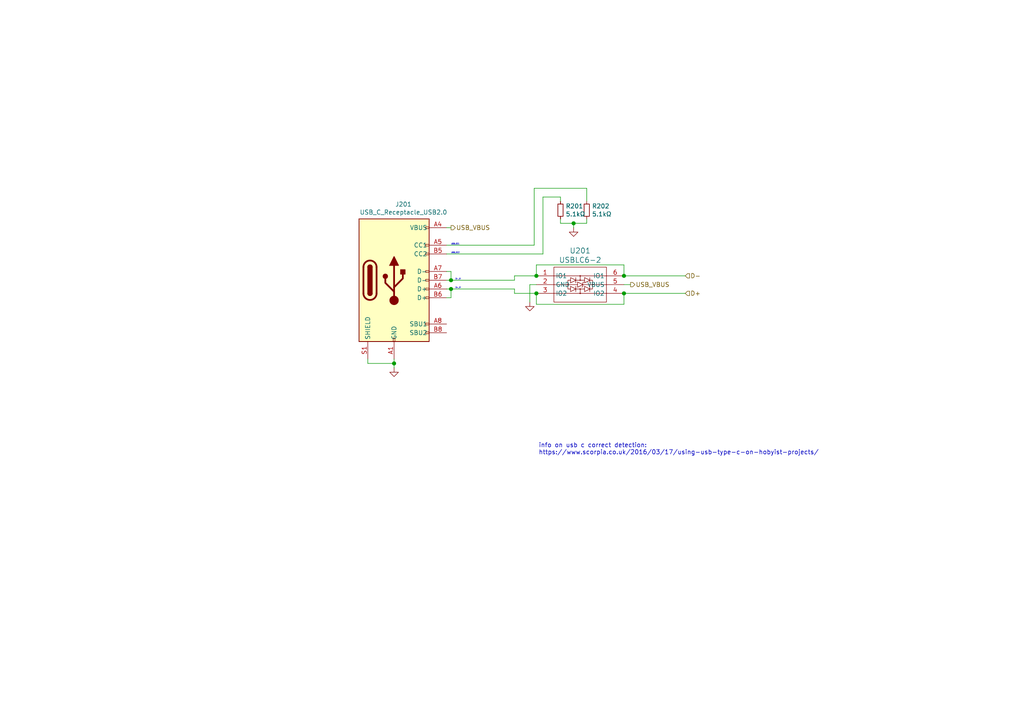
<source format=kicad_sch>
(kicad_sch (version 20230121) (generator eeschema)
  (paper "A4")
  (title_block (title "Moxie-Drive 24, vesc compatable motor controller") (date "2020-07-01") (rev "1.0") (company "Marshall Scholz"))
  (lib_symbols
    (symbol "24_control_board-rescue:GND-power-MoxiE_Control_board-rescue" (power) (pin_names (offset 0))
      (property "Value" "GND-power-MoxiE_Control_board-rescue" (at 0 -3.81 0))
      (symbol "GND-power-MoxiE_Control_board-rescue_0_1"
        (polyline (pts (xy 0 0) (xy 0 -1.27) (xy 1.27 -1.27) (xy 0 -2.54) (xy -1.27 -1.27) (xy 0 -1.27)))
      )
      (symbol "GND-power-MoxiE_Control_board-rescue_1_1"
        (pin power_in line (at 0 0 270) (length 0) hide (name "GND") (number "1"))
      )
    )
    (symbol "24_control_board-rescue:USBLC6-2-pkl_misc"
      (property "Reference" "U" (at 0 -7.62 0))
      (property "Value" "USBLC6-2-pkl_misc" (at 0 7.62 0))
      (symbol "USBLC6-2-pkl_misc_0_1"
        (rectangle (start -7.62 5.08) (end 7.62 -5.08))
        (circle (center -3.556 0) (radius 0.127))
        (circle (center 0 -2.54) (radius 0.127))
        (circle (center 0 -1.27) (radius 0.127))
        (polyline (pts (xy -7.62 -2.54) (xy 7.62 -2.54)))
        (polyline (pts (xy -7.62 0) (xy -0.762 0)))
        (polyline (pts (xy -7.62 2.54) (xy 7.62 2.54)))
        (polyline (pts (xy -1.27 -1.27) (xy 1.27 -1.27)))
        (polyline (pts (xy -1.27 -0.508) (xy -1.27 -2.032)))
        (polyline (pts (xy -1.27 0.508) (xy -1.27 2.032)))
        (polyline (pts (xy -1.27 1.27) (xy 1.27 1.27)))
        (polyline (pts (xy 0 -1.27) (xy 0 -2.54)))
        (polyline (pts (xy 0 1.27) (xy 0 2.54)))
        (polyline (pts (xy 0.762 0) (xy 7.62 0)))
        (polyline (pts (xy 2.794 -0.508) (xy 2.794 -2.032)))
        (polyline (pts (xy 2.794 2.032) (xy 2.794 0.508)))
        (polyline (pts (xy -3.556 0) (xy -3.556 -1.27) (xy -2.794 -1.27)))
        (polyline (pts (xy -2.794 1.27) (xy -3.556 1.27) (xy -3.556 0)))
        (polyline (pts (xy 2.794 -1.27) (xy 3.556 -1.27) (xy 3.556 0)))
        (polyline (pts (xy 2.794 1.27) (xy 3.556 1.27) (xy 3.556 0)))
        (polyline (pts (xy -2.794 -0.508) (xy -2.794 -2.032) (xy -1.27 -1.27) (xy -2.794 -0.508)))
        (polyline (pts (xy -2.794 0.508) (xy -1.27 1.27) (xy -2.794 2.032) (xy -2.794 0.508)))
        (polyline (pts (xy -0.762 0.762) (xy -0.762 -0.762) (xy 0.762 0) (xy -0.762 0.762)))
        (polyline (pts (xy 0.508 -0.762) (xy 0.762 -0.508) (xy 0.762 0.508) (xy 1.016 0.762)))
        (polyline (pts (xy 1.27 -0.508) (xy 2.794 -1.27) (xy 1.27 -2.032) (xy 1.27 -0.508)))
        (polyline (pts (xy 1.27 2.032) (xy 1.27 0.508) (xy 2.794 1.27) (xy 1.27 2.032)))
        (circle (center 0 1.27) (radius 0.127))
        (circle (center 0 2.54) (radius 0.127))
        (circle (center 3.556 0) (radius 0.127))
      )
      (symbol "USBLC6-2-pkl_misc_1_1"
        (pin bidirectional line (at -12.7 2.54 0) (length 5.08) (name "IO1") (number "1"))
        (pin power_in line (at -12.7 0 0) (length 5.08) (name "GND") (number "2"))
        (pin bidirectional line (at -12.7 -2.54 0) (length 5.08) (name "IO2") (number "3"))
        (pin bidirectional line (at 12.7 -2.54 180) (length 5.08) (name "IO2") (number "4"))
        (pin power_in line (at 12.7 0 180) (length 5.08) (name "VBUS") (number "5"))
        (pin bidirectional line (at 12.7 2.54 180) (length 5.08) (name "IO1") (number "6"))
      )
    )
    (symbol "Connector:USB_C_Receptacle_USB2.0"
      (property "Reference" "J" (at -10.16 19.05 0))
      (property "Value" "USB_C_Receptacle_USB2.0" (at 19.05 19.05 0))
      (symbol "USB_C_Receptacle_USB2.0_0_0"
        (rectangle (start -0.254 -17.78) (end 0.254 -16.764))
        (rectangle (start 10.16 -14.986) (end 9.144 -15.494))
        (rectangle (start 10.16 -12.446) (end 9.144 -12.954))
        (rectangle (start 10.16 -4.826) (end 9.144 -5.334))
        (rectangle (start 10.16 -2.286) (end 9.144 -2.794))
        (rectangle (start 10.16 0.254) (end 9.144 -0.254))
        (rectangle (start 10.16 2.794) (end 9.144 2.286))
        (rectangle (start 10.16 7.874) (end 9.144 7.366))
        (rectangle (start 10.16 10.414) (end 9.144 9.906))
        (rectangle (start 10.16 15.494) (end 9.144 14.986))
      )
      (symbol "USB_C_Receptacle_USB2.0_0_1"
        (rectangle (start -10.16 17.78) (end 10.16 -17.78) (stroke (width 0.254)) (fill (type background)))
        (arc (start -8.89 -3.81) (mid -6.985 -5.7067) (end -5.08 -3.81) (stroke (width 0.508)))
        (arc (start -7.62 -3.81) (mid -6.985 -4.4423) (end -6.35 -3.81) (stroke (width 0.254)))
        (arc (start -7.62 -3.81) (mid -6.985 -4.4423) (end -6.35 -3.81) (stroke (width 0.254)) (fill (type outline)))
        (rectangle (start -7.62 -3.81) (end -6.35 3.81) (stroke (width 0.254)) (fill (type outline)))
        (arc (start -6.35 3.81) (mid -6.985 4.4423) (end -7.62 3.81) (stroke (width 0.254)))
        (arc (start -6.35 3.81) (mid -6.985 4.4423) (end -7.62 3.81) (stroke (width 0.254)) (fill (type outline)))
        (arc (start -5.08 3.81) (mid -6.985 5.7067) (end -8.89 3.81) (stroke (width 0.508)))
        (circle (center -2.54 1.143) (radius 0.635) (stroke (width 0.254)) (fill (type outline)))
        (circle (center 0 -5.842) (radius 1.27) (fill (type outline)))
        (polyline (pts (xy -8.89 -3.81) (xy -8.89 3.81)) (stroke (width 0.508)))
        (polyline (pts (xy -5.08 3.81) (xy -5.08 -3.81)) (stroke (width 0.508)))
        (polyline (pts (xy 0 -5.842) (xy 0 4.318)) (stroke (width 0.508)))
        (polyline (pts (xy 0 -3.302) (xy -2.54 -0.762) (xy -2.54 0.508)) (stroke (width 0.508)))
        (polyline (pts (xy 0 -2.032) (xy 2.54 0.508) (xy 2.54 1.778)) (stroke (width 0.508)))
        (polyline (pts (xy -1.27 4.318) (xy 0 6.858) (xy 1.27 4.318) (xy -1.27 4.318)) (stroke (width 0.254)) (fill (type outline)))
        (rectangle (start 1.905 1.778) (end 3.175 3.048) (stroke (width 0.254)) (fill (type outline)))
      )
      (symbol "USB_C_Receptacle_USB2.0_1_1"
        (pin power_in line (at 0 -22.86 90) (length 5.08) (name "GND") (number "A1"))
        (pin passive line (at 0 -22.86 90) (length 5.08) hide (name "GND") (number "A12"))
        (pin power_in line (at 15.24 15.24 180) (length 5.08) (name "VBUS") (number "A4"))
        (pin bidirectional line (at 15.24 10.16 180) (length 5.08) (name "CC1") (number "A5"))
        (pin bidirectional line (at 15.24 -2.54 180) (length 5.08) (name "D+") (number "A6"))
        (pin bidirectional line (at 15.24 2.54 180) (length 5.08) (name "D-") (number "A7"))
        (pin bidirectional line (at 15.24 -12.7 180) (length 5.08) (name "SBU1") (number "A8"))
        (pin passive line (at 15.24 15.24 180) (length 5.08) hide (name "VBUS") (number "A9"))
        (pin passive line (at 0 -22.86 90) (length 5.08) hide (name "GND") (number "B1"))
        (pin passive line (at 0 -22.86 90) (length 5.08) hide (name "GND") (number "B12"))
        (pin passive line (at 15.24 15.24 180) (length 5.08) hide (name "VBUS") (number "B4"))
        (pin bidirectional line (at 15.24 7.62 180) (length 5.08) (name "CC2") (number "B5"))
        (pin bidirectional line (at 15.24 -5.08 180) (length 5.08) (name "D+") (number "B6"))
        (pin bidirectional line (at 15.24 0 180) (length 5.08) (name "D-") (number "B7"))
        (pin bidirectional line (at 15.24 -15.24 180) (length 5.08) (name "SBU2") (number "B8"))
        (pin passive line (at 15.24 15.24 180) (length 5.08) hide (name "VBUS") (number "B9"))
        (pin passive line (at -7.62 -22.86 90) (length 5.08) (name "SHIELD") (number "S1"))
      )
    )
    (symbol "Device:R_Small" (pin_numbers hide) (pin_names (offset 0.254) hide)
      (property "Reference" "R" (at 0.762 0.508 0))
      (property "Value" "R_Small" (at 0.762 -1.016 0))
      (symbol "R_Small_0_1"
        (rectangle (start -0.762 1.778) (end 0.762 -1.778) (stroke (width 0.2032)))
      )
      (symbol "R_Small_1_1"
        (pin passive line (at 0 2.54 270) (length 0.762) (name "~") (number "1"))
        (pin passive line (at 0 -2.54 90) (length 0.762) (name "~") (number "2"))
      )
    )
  )
  (junction (at 130.81 83.82) (diameter 1.016))
  (junction (at 180.975 85.09) (diameter 1.016))
  (junction (at 155.575 85.09) (diameter 1.016))
  (junction (at 114.3 105.41) (diameter 1.016))
  (junction (at 180.975 80.01) (diameter 1.016))
  (junction (at 130.81 81.28) (diameter 1.016))
  (junction (at 155.575 80.01) (diameter 1.016))
  (junction (at 166.37 64.77) (diameter 1.016))
  (wire (pts (xy 157.48 73.66) (xy 157.48 57.15)))
  (wire (pts (xy 180.975 76.835) (xy 155.575 76.835)))
  (wire (pts (xy 129.54 73.66) (xy 157.48 73.66)))
  (wire (pts (xy 130.81 78.74) (xy 130.81 81.28)))
  (wire (pts (xy 155.575 88.265) (xy 180.975 88.265)))
  (wire (pts (xy 180.975 80.01) (xy 198.755 80.01)))
  (wire (pts (xy 130.81 81.28) (xy 129.54 81.28)))
  (wire (pts (xy 155.575 76.835) (xy 155.575 80.01)))
  (wire (pts (xy 162.56 63.5) (xy 162.56 64.77)))
  (wire (pts (xy 130.81 83.82) (xy 149.225 83.82)))
  (wire (pts (xy 129.54 78.74) (xy 130.81 78.74)))
  (wire (pts (xy 130.81 81.28) (xy 149.225 81.28)))
  (wire (pts (xy 114.3 105.41) (xy 114.3 104.14)))
  (wire (pts (xy 155.575 82.55) (xy 153.67 82.55)))
  (wire (pts (xy 153.67 82.55) (xy 153.67 87.63)))
  (wire (pts (xy 170.18 54.61) (xy 170.18 58.42)))
  (wire (pts (xy 162.56 64.77) (xy 166.37 64.77)))
  (wire (pts (xy 149.225 85.09) (xy 149.225 83.82)))
  (wire (pts (xy 180.975 85.09) (xy 198.755 85.09)))
  (wire (pts (xy 129.54 86.36) (xy 130.81 86.36)))
  (wire (pts (xy 155.575 85.09) (xy 149.225 85.09)))
  (wire (pts (xy 155.575 85.09) (xy 155.575 88.265)))
  (wire (pts (xy 166.37 66.04) (xy 166.37 64.77)))
  (wire (pts (xy 180.975 88.265) (xy 180.975 85.09)))
  (wire (pts (xy 170.18 64.77) (xy 170.18 63.5)))
  (wire (pts (xy 106.68 105.41) (xy 114.3 105.41)))
  (wire (pts (xy 130.81 86.36) (xy 130.81 83.82)))
  (wire (pts (xy 166.37 64.77) (xy 170.18 64.77)))
  (wire (pts (xy 180.975 80.01) (xy 180.975 76.835)))
  (wire (pts (xy 130.81 83.82) (xy 129.54 83.82)))
  (wire (pts (xy 130.81 66.04) (xy 129.54 66.04)))
  (wire (pts (xy 180.975 82.55) (xy 182.88 82.55)))
  (wire (pts (xy 154.94 54.61) (xy 154.94 71.12)))
  (wire (pts (xy 170.18 54.61) (xy 154.94 54.61)))
  (wire (pts (xy 106.68 104.14) (xy 106.68 105.41)))
  (wire (pts (xy 114.3 106.68) (xy 114.3 105.41)))
  (wire (pts (xy 129.54 71.12) (xy 154.94 71.12)))
  (wire (pts (xy 149.225 80.01) (xy 155.575 80.01)))
  (wire (pts (xy 149.225 81.28) (xy 149.225 80.01)))
  (wire (pts (xy 157.48 57.15) (xy 162.56 57.15)))
  (wire (pts (xy 162.56 58.42) (xy 162.56 57.15)))
  (text "USB_CC1" (at 130.81 71.12 0) (effects (font (size 0.3556 0.3556)) (justify left bottom)))
  (text "info on usb c correct detection:\nhttps://www.scorpia.co.uk/2016/03/17/using-usb-type-c-on-hobyist-projects/" (at 156.21 132.08 0) (effects (font (size 1.27 1.27)) (justify left bottom)))
  (text "USB_CC2" (at 130.81 73.66 0) (effects (font (size 0.3556 0.3556)) (justify left bottom)))
  (text "D-_R" (at 132.08 81.28 0) (effects (font (size 0.3556 0.3556)) (justify left bottom)))
  (text "D+_R" (at 132.08 83.82 0) (effects (font (size 0.3556 0.3556)) (justify left bottom)))
  (hierarchical_label "USB_VBUS" (shape output) (at 182.88 82.55 0))
  (hierarchical_label "D-" (shape input) (at 198.755 80.01 0))
  (hierarchical_label "USB_VBUS" (shape output) (at 130.81 66.04 0))
  (hierarchical_label "D+" (shape input) (at 198.755 85.09 0))
  (symbol (lib_id "Device:R_Small") (at 162.56 60.96 0) (unit 1)
    (property "Reference" "R201" (at 164.0586 59.7916 0) (effects (justify left)))
    (property "Value" "5.1kΩ" (at 164.0586 62.103 0) (effects (justify left)))
    (property "Footprint" "pkl_dipol:R_0402" (effects hide))
    (instances (project "24_control_board" (path "" (reference "R201") (unit 1)) (path "" (reference "R1101") (unit 1))))
  )
  (symbol (lib_id "24_control_board-rescue:GND-power-MoxiE_Control_board-rescue") (at 114.3 106.68 0) (unit 1)
    (property "Reference" "#PWR0201" (effects hide))
    (property "Value" "GND" (effects hide))
    (instances (project "24_control_board" (path "" (reference "#PWR0201") (unit 1)) (path "" (reference "#PWR01101") (unit 1))))
  )
  (symbol (lib_id "Device:R_Small") (at 170.18 60.96 0) (unit 1)
    (property "Reference" "R202" (at 171.6786 59.7916 0) (effects (justify left)))
    (property "Value" "5.1kΩ" (at 171.6786 62.103 0) (effects (justify left)))
    (property "Footprint" "pkl_dipol:R_0402" (effects hide))
    (instances (project "24_control_board" (path "" (reference "R202") (unit 1)) (path "" (reference "R1102") (unit 1))))
  )
  (symbol (lib_id "24_control_board-rescue:GND-power-MoxiE_Control_board-rescue") (at 166.37 66.04 0) (unit 1)
    (property "Reference" "#PWR0203" (effects hide))
    (property "Value" "GND" (effects hide))
    (instances (project "24_control_board" (path "" (reference "#PWR0203") (unit 1)) (path "" (reference "#PWR01103") (unit 1))))
  )
  (symbol (lib_id "24_control_board-rescue:GND-power-MoxiE_Control_board-rescue") (at 153.67 87.63 0) (unit 1)
    (property "Reference" "#PWR0202" (effects hide))
    (property "Value" "GND" (effects hide))
    (instances (project "24_control_board" (path "" (reference "#PWR0202") (unit 1)) (path "" (reference "#PWR01102") (unit 1))))
  )
  (symbol (lib_id "24_control_board-rescue:USBLC6-2-pkl_misc") (at 168.275 82.55 0) (unit 1)
    (property "Reference" "U201" (at 168.275 72.7202 0) (effects (font (size 1.524 1.524))))
    (property "Value" "USBLC6-2" (at 168.275 75.4126 0) (effects (font (size 1.524 1.524))))
    (property "Footprint" "Package_TO_SOT_SMD:SOT-23-6" (effects hide))
    (instances (project "24_control_board" (path "" (reference "U201") (unit 1)) (path "" (reference "U1101") (unit 1))))
  )
  (symbol (lib_id "Connector:USB_C_Receptacle_USB2.0") (at 114.3 81.28 0) (unit 1)
    (property "Reference" "J201" (at 117.0178 59.2582 0))
    (property "Value" "USB_C_Receptacle_USB2.0" (at 117.0178 61.5696 0))
    (property "Footprint" "pkl_connectors:USB_C_Receptacle_HRO_TYPE-C-31-M-12" (effects hide))
    (property "Datasheet" "https://www.usb.org/sites/default/files/documents/usb_type-c.zip" (effects hide))
    (instances (project "24_control_board" (path "" (reference "J201") (unit 1)) (path "" (reference "J1101") (unit 1))))
  )
)
</source>
